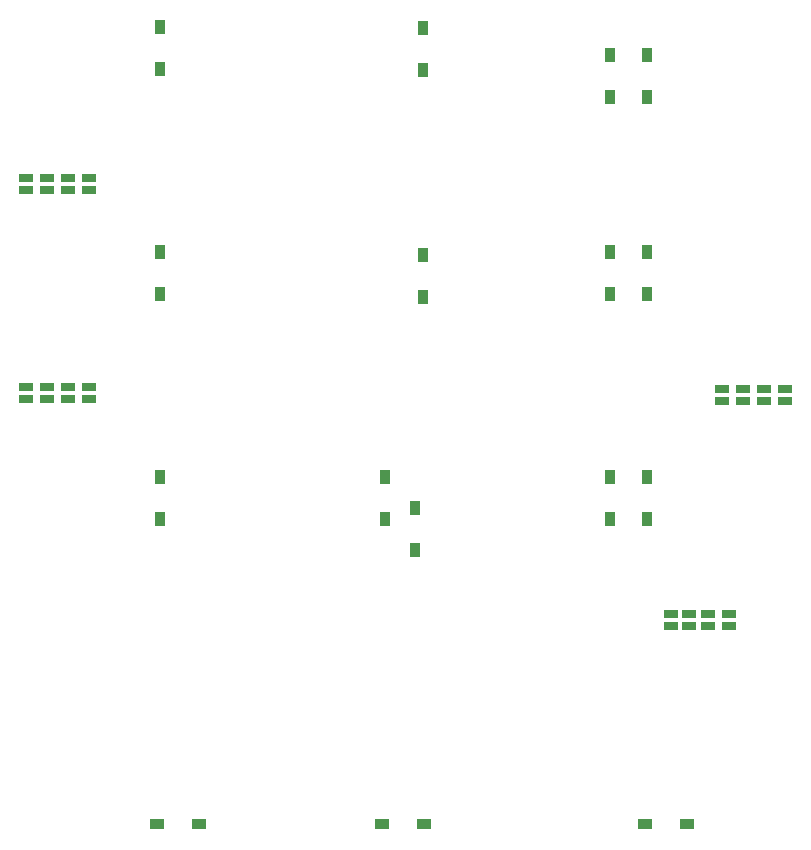
<source format=gtp>
G04 #@! TF.GenerationSoftware,KiCad,Pcbnew,5.1.4+dfsg1-1*
G04 #@! TF.CreationDate,2020-03-28T17:09:33+01:00*
G04 #@! TF.ProjectId,roni4x4ortho,726f6e69-3478-4346-9f72-74686f2e6b69,rev?*
G04 #@! TF.SameCoordinates,Original*
G04 #@! TF.FileFunction,Paste,Top*
G04 #@! TF.FilePolarity,Positive*
%FSLAX46Y46*%
G04 Gerber Fmt 4.6, Leading zero omitted, Abs format (unit mm)*
G04 Created by KiCad (PCBNEW 5.1.4+dfsg1-1) date 2020-03-28 17:09:33*
%MOMM*%
%LPD*%
G04 APERTURE LIST*
%ADD10R,1.143000X0.635000*%
%ADD11R,0.950000X1.300000*%
%ADD12R,1.300000X0.950000*%
G04 APERTURE END LIST*
D10*
X77589258Y-32440328D03*
X77589258Y-33441088D03*
X79375200Y-33441088D03*
X79375200Y-32440328D03*
X81161142Y-32440328D03*
X81161142Y-33441088D03*
X82947084Y-32440328D03*
X82947084Y-33441088D03*
X82947084Y-51102070D03*
X82947084Y-50101310D03*
X81161142Y-50101310D03*
X81161142Y-51102070D03*
X79375200Y-51102070D03*
X79375200Y-50101310D03*
X77589258Y-50101310D03*
X77589258Y-51102070D03*
X136525344Y-50299748D03*
X136525344Y-51300508D03*
X138311286Y-51300508D03*
X138311286Y-50299748D03*
X140097228Y-50299748D03*
X140097228Y-51300508D03*
X141883170Y-51300508D03*
X141883170Y-50299748D03*
X132159708Y-69349796D03*
X132159708Y-70350556D03*
X133747212Y-70350556D03*
X133747212Y-69349796D03*
X135334716Y-70350556D03*
X135334716Y-69349796D03*
X137120658Y-69349796D03*
X137120658Y-70350556D03*
D11*
X88894400Y-19654900D03*
X88894400Y-23204900D03*
X88894400Y-38703700D03*
X88894400Y-42253700D03*
X88894400Y-57752500D03*
X88894400Y-61302500D03*
D12*
X92262728Y-87114282D03*
X88712728Y-87114282D03*
D11*
X111170750Y-23255450D03*
X111170750Y-19705450D03*
X111170750Y-42516300D03*
X111170750Y-38966300D03*
X107943200Y-61302500D03*
X107943200Y-57752500D03*
D12*
X107762776Y-87114282D03*
X111312776Y-87114282D03*
D11*
X126992000Y-22036150D03*
X126992000Y-25586150D03*
X126992000Y-38703700D03*
X126992000Y-42253700D03*
X126992000Y-57752500D03*
X126992000Y-61302500D03*
X110529966Y-60336094D03*
X110529966Y-63886094D03*
X130166800Y-25586150D03*
X130166800Y-22036150D03*
X130166800Y-42253700D03*
X130166800Y-38703700D03*
X130166800Y-61302500D03*
X130166800Y-57752500D03*
D12*
X129987832Y-87114282D03*
X133537832Y-87114282D03*
M02*

</source>
